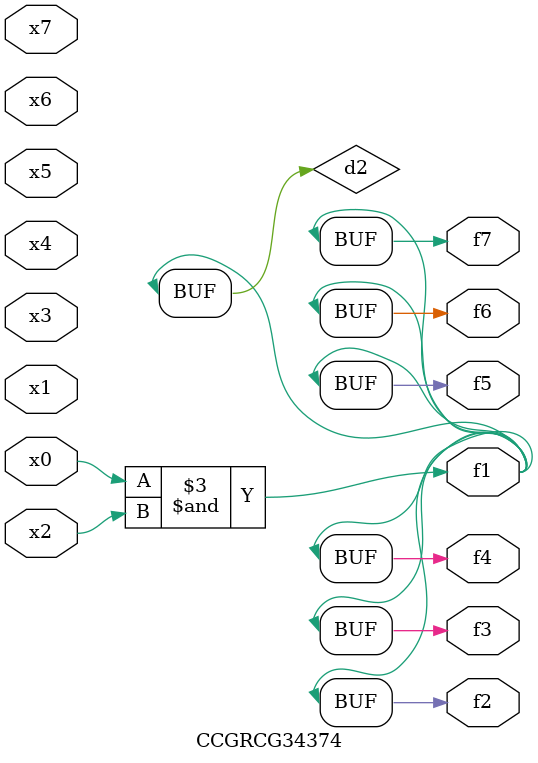
<source format=v>
module CCGRCG34374(
	input x0, x1, x2, x3, x4, x5, x6, x7,
	output f1, f2, f3, f4, f5, f6, f7
);

	wire d1, d2;

	nor (d1, x3, x6);
	and (d2, x0, x2);
	assign f1 = d2;
	assign f2 = d2;
	assign f3 = d2;
	assign f4 = d2;
	assign f5 = d2;
	assign f6 = d2;
	assign f7 = d2;
endmodule

</source>
